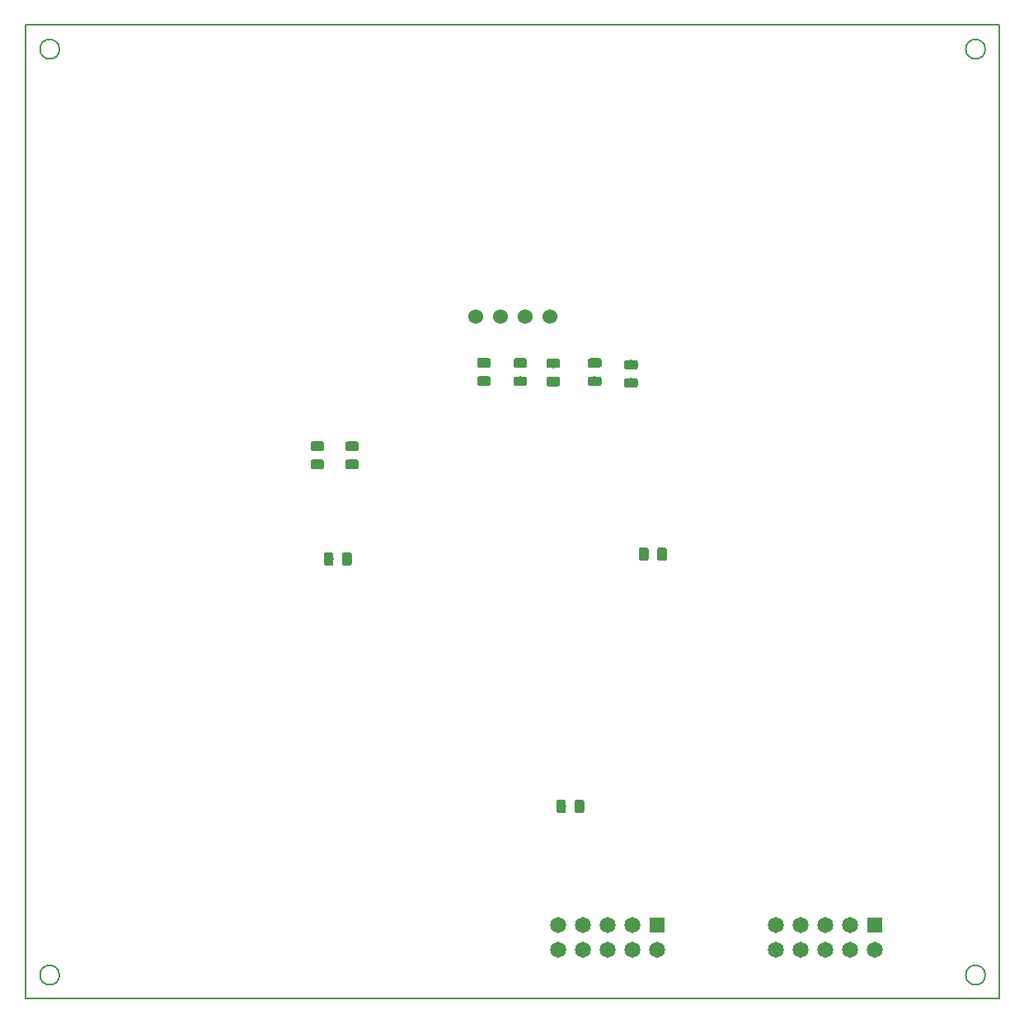
<source format=gbr>
%TF.GenerationSoftware,KiCad,Pcbnew,(5.0.0)*%
%TF.CreationDate,2020-03-23T14:28:17+01:00*%
%TF.ProjectId,Schaltplan_Modul4,536368616C74706C616E5F4D6F64756C,rev?*%
%TF.SameCoordinates,Original*%
%TF.FileFunction,Soldermask,Top*%
%TF.FilePolarity,Negative*%
%FSLAX46Y46*%
G04 Gerber Fmt 4.6, Leading zero omitted, Abs format (unit mm)*
G04 Created by KiCad (PCBNEW (5.0.0)) date 03/23/20 14:28:17*
%MOMM*%
%LPD*%
G01*
G04 APERTURE LIST*
%ADD10C,0.200000*%
%ADD11C,0.150000*%
%ADD12C,0.975000*%
%ADD13C,1.530000*%
%ADD14R,1.650000X1.650000*%
%ADD15C,1.650000*%
G04 APERTURE END LIST*
D10*
X103500000Y-147576000D02*
G75*
G03X103500000Y-147576000I-1000000J0D01*
G01*
X198576000Y-147576000D02*
G75*
G03X198576000Y-147576000I-1000000J0D01*
G01*
X198576000Y-52500000D02*
G75*
G03X198576000Y-52500000I-1000000J0D01*
G01*
X103500000Y-52500000D02*
G75*
G03X103500000Y-52500000I-1000000J0D01*
G01*
X100000000Y-50000000D02*
X100000000Y-150000000D01*
X100000000Y-150000000D02*
X200000000Y-150000000D01*
X200000000Y-50000000D02*
X200000000Y-150000000D01*
X100000000Y-50000000D02*
X200000000Y-50000000D01*
D11*
%TO.C,R4*%
G36*
X130452142Y-94647174D02*
X130475803Y-94650684D01*
X130499007Y-94656496D01*
X130521529Y-94664554D01*
X130543153Y-94674782D01*
X130563670Y-94687079D01*
X130582883Y-94701329D01*
X130600607Y-94717393D01*
X130616671Y-94735117D01*
X130630921Y-94754330D01*
X130643218Y-94774847D01*
X130653446Y-94796471D01*
X130661504Y-94818993D01*
X130667316Y-94842197D01*
X130670826Y-94865858D01*
X130672000Y-94889750D01*
X130672000Y-95377250D01*
X130670826Y-95401142D01*
X130667316Y-95424803D01*
X130661504Y-95448007D01*
X130653446Y-95470529D01*
X130643218Y-95492153D01*
X130630921Y-95512670D01*
X130616671Y-95531883D01*
X130600607Y-95549607D01*
X130582883Y-95565671D01*
X130563670Y-95579921D01*
X130543153Y-95592218D01*
X130521529Y-95602446D01*
X130499007Y-95610504D01*
X130475803Y-95616316D01*
X130452142Y-95619826D01*
X130428250Y-95621000D01*
X129515750Y-95621000D01*
X129491858Y-95619826D01*
X129468197Y-95616316D01*
X129444993Y-95610504D01*
X129422471Y-95602446D01*
X129400847Y-95592218D01*
X129380330Y-95579921D01*
X129361117Y-95565671D01*
X129343393Y-95549607D01*
X129327329Y-95531883D01*
X129313079Y-95512670D01*
X129300782Y-95492153D01*
X129290554Y-95470529D01*
X129282496Y-95448007D01*
X129276684Y-95424803D01*
X129273174Y-95401142D01*
X129272000Y-95377250D01*
X129272000Y-94889750D01*
X129273174Y-94865858D01*
X129276684Y-94842197D01*
X129282496Y-94818993D01*
X129290554Y-94796471D01*
X129300782Y-94774847D01*
X129313079Y-94754330D01*
X129327329Y-94735117D01*
X129343393Y-94717393D01*
X129361117Y-94701329D01*
X129380330Y-94687079D01*
X129400847Y-94674782D01*
X129422471Y-94664554D01*
X129444993Y-94656496D01*
X129468197Y-94650684D01*
X129491858Y-94647174D01*
X129515750Y-94646000D01*
X130428250Y-94646000D01*
X130452142Y-94647174D01*
X130452142Y-94647174D01*
G37*
D12*
X129972000Y-95133500D03*
D11*
G36*
X130452142Y-92772174D02*
X130475803Y-92775684D01*
X130499007Y-92781496D01*
X130521529Y-92789554D01*
X130543153Y-92799782D01*
X130563670Y-92812079D01*
X130582883Y-92826329D01*
X130600607Y-92842393D01*
X130616671Y-92860117D01*
X130630921Y-92879330D01*
X130643218Y-92899847D01*
X130653446Y-92921471D01*
X130661504Y-92943993D01*
X130667316Y-92967197D01*
X130670826Y-92990858D01*
X130672000Y-93014750D01*
X130672000Y-93502250D01*
X130670826Y-93526142D01*
X130667316Y-93549803D01*
X130661504Y-93573007D01*
X130653446Y-93595529D01*
X130643218Y-93617153D01*
X130630921Y-93637670D01*
X130616671Y-93656883D01*
X130600607Y-93674607D01*
X130582883Y-93690671D01*
X130563670Y-93704921D01*
X130543153Y-93717218D01*
X130521529Y-93727446D01*
X130499007Y-93735504D01*
X130475803Y-93741316D01*
X130452142Y-93744826D01*
X130428250Y-93746000D01*
X129515750Y-93746000D01*
X129491858Y-93744826D01*
X129468197Y-93741316D01*
X129444993Y-93735504D01*
X129422471Y-93727446D01*
X129400847Y-93717218D01*
X129380330Y-93704921D01*
X129361117Y-93690671D01*
X129343393Y-93674607D01*
X129327329Y-93656883D01*
X129313079Y-93637670D01*
X129300782Y-93617153D01*
X129290554Y-93595529D01*
X129282496Y-93573007D01*
X129276684Y-93549803D01*
X129273174Y-93526142D01*
X129272000Y-93502250D01*
X129272000Y-93014750D01*
X129273174Y-92990858D01*
X129276684Y-92967197D01*
X129282496Y-92943993D01*
X129290554Y-92921471D01*
X129300782Y-92899847D01*
X129313079Y-92879330D01*
X129327329Y-92860117D01*
X129343393Y-92842393D01*
X129361117Y-92826329D01*
X129380330Y-92812079D01*
X129400847Y-92799782D01*
X129422471Y-92789554D01*
X129444993Y-92781496D01*
X129468197Y-92775684D01*
X129491858Y-92772174D01*
X129515750Y-92771000D01*
X130428250Y-92771000D01*
X130452142Y-92772174D01*
X130452142Y-92772174D01*
G37*
D12*
X129972000Y-93258500D03*
%TD*%
D13*
%TO.C,J1*%
X146228000Y-79972000D03*
X153848000Y-79972000D03*
X151308000Y-79972000D03*
X148768000Y-79972000D03*
%TD*%
D11*
%TO.C,R1*%
G36*
X154680142Y-84276174D02*
X154703803Y-84279684D01*
X154727007Y-84285496D01*
X154749529Y-84293554D01*
X154771153Y-84303782D01*
X154791670Y-84316079D01*
X154810883Y-84330329D01*
X154828607Y-84346393D01*
X154844671Y-84364117D01*
X154858921Y-84383330D01*
X154871218Y-84403847D01*
X154881446Y-84425471D01*
X154889504Y-84447993D01*
X154895316Y-84471197D01*
X154898826Y-84494858D01*
X154900000Y-84518750D01*
X154900000Y-85006250D01*
X154898826Y-85030142D01*
X154895316Y-85053803D01*
X154889504Y-85077007D01*
X154881446Y-85099529D01*
X154871218Y-85121153D01*
X154858921Y-85141670D01*
X154844671Y-85160883D01*
X154828607Y-85178607D01*
X154810883Y-85194671D01*
X154791670Y-85208921D01*
X154771153Y-85221218D01*
X154749529Y-85231446D01*
X154727007Y-85239504D01*
X154703803Y-85245316D01*
X154680142Y-85248826D01*
X154656250Y-85250000D01*
X153743750Y-85250000D01*
X153719858Y-85248826D01*
X153696197Y-85245316D01*
X153672993Y-85239504D01*
X153650471Y-85231446D01*
X153628847Y-85221218D01*
X153608330Y-85208921D01*
X153589117Y-85194671D01*
X153571393Y-85178607D01*
X153555329Y-85160883D01*
X153541079Y-85141670D01*
X153528782Y-85121153D01*
X153518554Y-85099529D01*
X153510496Y-85077007D01*
X153504684Y-85053803D01*
X153501174Y-85030142D01*
X153500000Y-85006250D01*
X153500000Y-84518750D01*
X153501174Y-84494858D01*
X153504684Y-84471197D01*
X153510496Y-84447993D01*
X153518554Y-84425471D01*
X153528782Y-84403847D01*
X153541079Y-84383330D01*
X153555329Y-84364117D01*
X153571393Y-84346393D01*
X153589117Y-84330329D01*
X153608330Y-84316079D01*
X153628847Y-84303782D01*
X153650471Y-84293554D01*
X153672993Y-84285496D01*
X153696197Y-84279684D01*
X153719858Y-84276174D01*
X153743750Y-84275000D01*
X154656250Y-84275000D01*
X154680142Y-84276174D01*
X154680142Y-84276174D01*
G37*
D12*
X154200000Y-84762500D03*
D11*
G36*
X154680142Y-86151174D02*
X154703803Y-86154684D01*
X154727007Y-86160496D01*
X154749529Y-86168554D01*
X154771153Y-86178782D01*
X154791670Y-86191079D01*
X154810883Y-86205329D01*
X154828607Y-86221393D01*
X154844671Y-86239117D01*
X154858921Y-86258330D01*
X154871218Y-86278847D01*
X154881446Y-86300471D01*
X154889504Y-86322993D01*
X154895316Y-86346197D01*
X154898826Y-86369858D01*
X154900000Y-86393750D01*
X154900000Y-86881250D01*
X154898826Y-86905142D01*
X154895316Y-86928803D01*
X154889504Y-86952007D01*
X154881446Y-86974529D01*
X154871218Y-86996153D01*
X154858921Y-87016670D01*
X154844671Y-87035883D01*
X154828607Y-87053607D01*
X154810883Y-87069671D01*
X154791670Y-87083921D01*
X154771153Y-87096218D01*
X154749529Y-87106446D01*
X154727007Y-87114504D01*
X154703803Y-87120316D01*
X154680142Y-87123826D01*
X154656250Y-87125000D01*
X153743750Y-87125000D01*
X153719858Y-87123826D01*
X153696197Y-87120316D01*
X153672993Y-87114504D01*
X153650471Y-87106446D01*
X153628847Y-87096218D01*
X153608330Y-87083921D01*
X153589117Y-87069671D01*
X153571393Y-87053607D01*
X153555329Y-87035883D01*
X153541079Y-87016670D01*
X153528782Y-86996153D01*
X153518554Y-86974529D01*
X153510496Y-86952007D01*
X153504684Y-86928803D01*
X153501174Y-86905142D01*
X153500000Y-86881250D01*
X153500000Y-86393750D01*
X153501174Y-86369858D01*
X153504684Y-86346197D01*
X153510496Y-86322993D01*
X153518554Y-86300471D01*
X153528782Y-86278847D01*
X153541079Y-86258330D01*
X153555329Y-86239117D01*
X153571393Y-86221393D01*
X153589117Y-86205329D01*
X153608330Y-86191079D01*
X153628847Y-86178782D01*
X153650471Y-86168554D01*
X153672993Y-86160496D01*
X153696197Y-86154684D01*
X153719858Y-86151174D01*
X153743750Y-86150000D01*
X154656250Y-86150000D01*
X154680142Y-86151174D01*
X154680142Y-86151174D01*
G37*
D12*
X154200000Y-86637500D03*
%TD*%
D11*
%TO.C,R2*%
G36*
X147568142Y-84213674D02*
X147591803Y-84217184D01*
X147615007Y-84222996D01*
X147637529Y-84231054D01*
X147659153Y-84241282D01*
X147679670Y-84253579D01*
X147698883Y-84267829D01*
X147716607Y-84283893D01*
X147732671Y-84301617D01*
X147746921Y-84320830D01*
X147759218Y-84341347D01*
X147769446Y-84362971D01*
X147777504Y-84385493D01*
X147783316Y-84408697D01*
X147786826Y-84432358D01*
X147788000Y-84456250D01*
X147788000Y-84943750D01*
X147786826Y-84967642D01*
X147783316Y-84991303D01*
X147777504Y-85014507D01*
X147769446Y-85037029D01*
X147759218Y-85058653D01*
X147746921Y-85079170D01*
X147732671Y-85098383D01*
X147716607Y-85116107D01*
X147698883Y-85132171D01*
X147679670Y-85146421D01*
X147659153Y-85158718D01*
X147637529Y-85168946D01*
X147615007Y-85177004D01*
X147591803Y-85182816D01*
X147568142Y-85186326D01*
X147544250Y-85187500D01*
X146631750Y-85187500D01*
X146607858Y-85186326D01*
X146584197Y-85182816D01*
X146560993Y-85177004D01*
X146538471Y-85168946D01*
X146516847Y-85158718D01*
X146496330Y-85146421D01*
X146477117Y-85132171D01*
X146459393Y-85116107D01*
X146443329Y-85098383D01*
X146429079Y-85079170D01*
X146416782Y-85058653D01*
X146406554Y-85037029D01*
X146398496Y-85014507D01*
X146392684Y-84991303D01*
X146389174Y-84967642D01*
X146388000Y-84943750D01*
X146388000Y-84456250D01*
X146389174Y-84432358D01*
X146392684Y-84408697D01*
X146398496Y-84385493D01*
X146406554Y-84362971D01*
X146416782Y-84341347D01*
X146429079Y-84320830D01*
X146443329Y-84301617D01*
X146459393Y-84283893D01*
X146477117Y-84267829D01*
X146496330Y-84253579D01*
X146516847Y-84241282D01*
X146538471Y-84231054D01*
X146560993Y-84222996D01*
X146584197Y-84217184D01*
X146607858Y-84213674D01*
X146631750Y-84212500D01*
X147544250Y-84212500D01*
X147568142Y-84213674D01*
X147568142Y-84213674D01*
G37*
D12*
X147088000Y-84700000D03*
D11*
G36*
X147568142Y-86088674D02*
X147591803Y-86092184D01*
X147615007Y-86097996D01*
X147637529Y-86106054D01*
X147659153Y-86116282D01*
X147679670Y-86128579D01*
X147698883Y-86142829D01*
X147716607Y-86158893D01*
X147732671Y-86176617D01*
X147746921Y-86195830D01*
X147759218Y-86216347D01*
X147769446Y-86237971D01*
X147777504Y-86260493D01*
X147783316Y-86283697D01*
X147786826Y-86307358D01*
X147788000Y-86331250D01*
X147788000Y-86818750D01*
X147786826Y-86842642D01*
X147783316Y-86866303D01*
X147777504Y-86889507D01*
X147769446Y-86912029D01*
X147759218Y-86933653D01*
X147746921Y-86954170D01*
X147732671Y-86973383D01*
X147716607Y-86991107D01*
X147698883Y-87007171D01*
X147679670Y-87021421D01*
X147659153Y-87033718D01*
X147637529Y-87043946D01*
X147615007Y-87052004D01*
X147591803Y-87057816D01*
X147568142Y-87061326D01*
X147544250Y-87062500D01*
X146631750Y-87062500D01*
X146607858Y-87061326D01*
X146584197Y-87057816D01*
X146560993Y-87052004D01*
X146538471Y-87043946D01*
X146516847Y-87033718D01*
X146496330Y-87021421D01*
X146477117Y-87007171D01*
X146459393Y-86991107D01*
X146443329Y-86973383D01*
X146429079Y-86954170D01*
X146416782Y-86933653D01*
X146406554Y-86912029D01*
X146398496Y-86889507D01*
X146392684Y-86866303D01*
X146389174Y-86842642D01*
X146388000Y-86818750D01*
X146388000Y-86331250D01*
X146389174Y-86307358D01*
X146392684Y-86283697D01*
X146398496Y-86260493D01*
X146406554Y-86237971D01*
X146416782Y-86216347D01*
X146429079Y-86195830D01*
X146443329Y-86176617D01*
X146459393Y-86158893D01*
X146477117Y-86142829D01*
X146496330Y-86128579D01*
X146516847Y-86116282D01*
X146538471Y-86106054D01*
X146560993Y-86097996D01*
X146584197Y-86092184D01*
X146607858Y-86088674D01*
X146631750Y-86087500D01*
X147544250Y-86087500D01*
X147568142Y-86088674D01*
X147568142Y-86088674D01*
G37*
D12*
X147088000Y-86575000D03*
%TD*%
D11*
%TO.C,C1*%
G36*
X162672142Y-84413674D02*
X162695803Y-84417184D01*
X162719007Y-84422996D01*
X162741529Y-84431054D01*
X162763153Y-84441282D01*
X162783670Y-84453579D01*
X162802883Y-84467829D01*
X162820607Y-84483893D01*
X162836671Y-84501617D01*
X162850921Y-84520830D01*
X162863218Y-84541347D01*
X162873446Y-84562971D01*
X162881504Y-84585493D01*
X162887316Y-84608697D01*
X162890826Y-84632358D01*
X162892000Y-84656250D01*
X162892000Y-85143750D01*
X162890826Y-85167642D01*
X162887316Y-85191303D01*
X162881504Y-85214507D01*
X162873446Y-85237029D01*
X162863218Y-85258653D01*
X162850921Y-85279170D01*
X162836671Y-85298383D01*
X162820607Y-85316107D01*
X162802883Y-85332171D01*
X162783670Y-85346421D01*
X162763153Y-85358718D01*
X162741529Y-85368946D01*
X162719007Y-85377004D01*
X162695803Y-85382816D01*
X162672142Y-85386326D01*
X162648250Y-85387500D01*
X161735750Y-85387500D01*
X161711858Y-85386326D01*
X161688197Y-85382816D01*
X161664993Y-85377004D01*
X161642471Y-85368946D01*
X161620847Y-85358718D01*
X161600330Y-85346421D01*
X161581117Y-85332171D01*
X161563393Y-85316107D01*
X161547329Y-85298383D01*
X161533079Y-85279170D01*
X161520782Y-85258653D01*
X161510554Y-85237029D01*
X161502496Y-85214507D01*
X161496684Y-85191303D01*
X161493174Y-85167642D01*
X161492000Y-85143750D01*
X161492000Y-84656250D01*
X161493174Y-84632358D01*
X161496684Y-84608697D01*
X161502496Y-84585493D01*
X161510554Y-84562971D01*
X161520782Y-84541347D01*
X161533079Y-84520830D01*
X161547329Y-84501617D01*
X161563393Y-84483893D01*
X161581117Y-84467829D01*
X161600330Y-84453579D01*
X161620847Y-84441282D01*
X161642471Y-84431054D01*
X161664993Y-84422996D01*
X161688197Y-84417184D01*
X161711858Y-84413674D01*
X161735750Y-84412500D01*
X162648250Y-84412500D01*
X162672142Y-84413674D01*
X162672142Y-84413674D01*
G37*
D12*
X162192000Y-84900000D03*
D11*
G36*
X162672142Y-86288674D02*
X162695803Y-86292184D01*
X162719007Y-86297996D01*
X162741529Y-86306054D01*
X162763153Y-86316282D01*
X162783670Y-86328579D01*
X162802883Y-86342829D01*
X162820607Y-86358893D01*
X162836671Y-86376617D01*
X162850921Y-86395830D01*
X162863218Y-86416347D01*
X162873446Y-86437971D01*
X162881504Y-86460493D01*
X162887316Y-86483697D01*
X162890826Y-86507358D01*
X162892000Y-86531250D01*
X162892000Y-87018750D01*
X162890826Y-87042642D01*
X162887316Y-87066303D01*
X162881504Y-87089507D01*
X162873446Y-87112029D01*
X162863218Y-87133653D01*
X162850921Y-87154170D01*
X162836671Y-87173383D01*
X162820607Y-87191107D01*
X162802883Y-87207171D01*
X162783670Y-87221421D01*
X162763153Y-87233718D01*
X162741529Y-87243946D01*
X162719007Y-87252004D01*
X162695803Y-87257816D01*
X162672142Y-87261326D01*
X162648250Y-87262500D01*
X161735750Y-87262500D01*
X161711858Y-87261326D01*
X161688197Y-87257816D01*
X161664993Y-87252004D01*
X161642471Y-87243946D01*
X161620847Y-87233718D01*
X161600330Y-87221421D01*
X161581117Y-87207171D01*
X161563393Y-87191107D01*
X161547329Y-87173383D01*
X161533079Y-87154170D01*
X161520782Y-87133653D01*
X161510554Y-87112029D01*
X161502496Y-87089507D01*
X161496684Y-87066303D01*
X161493174Y-87042642D01*
X161492000Y-87018750D01*
X161492000Y-86531250D01*
X161493174Y-86507358D01*
X161496684Y-86483697D01*
X161502496Y-86460493D01*
X161510554Y-86437971D01*
X161520782Y-86416347D01*
X161533079Y-86395830D01*
X161547329Y-86376617D01*
X161563393Y-86358893D01*
X161581117Y-86342829D01*
X161600330Y-86328579D01*
X161620847Y-86316282D01*
X161642471Y-86306054D01*
X161664993Y-86297996D01*
X161688197Y-86292184D01*
X161711858Y-86288674D01*
X161735750Y-86287500D01*
X162648250Y-86287500D01*
X162672142Y-86288674D01*
X162672142Y-86288674D01*
G37*
D12*
X162192000Y-86775000D03*
%TD*%
D11*
%TO.C,C2*%
G36*
X151304142Y-84235174D02*
X151327803Y-84238684D01*
X151351007Y-84244496D01*
X151373529Y-84252554D01*
X151395153Y-84262782D01*
X151415670Y-84275079D01*
X151434883Y-84289329D01*
X151452607Y-84305393D01*
X151468671Y-84323117D01*
X151482921Y-84342330D01*
X151495218Y-84362847D01*
X151505446Y-84384471D01*
X151513504Y-84406993D01*
X151519316Y-84430197D01*
X151522826Y-84453858D01*
X151524000Y-84477750D01*
X151524000Y-84965250D01*
X151522826Y-84989142D01*
X151519316Y-85012803D01*
X151513504Y-85036007D01*
X151505446Y-85058529D01*
X151495218Y-85080153D01*
X151482921Y-85100670D01*
X151468671Y-85119883D01*
X151452607Y-85137607D01*
X151434883Y-85153671D01*
X151415670Y-85167921D01*
X151395153Y-85180218D01*
X151373529Y-85190446D01*
X151351007Y-85198504D01*
X151327803Y-85204316D01*
X151304142Y-85207826D01*
X151280250Y-85209000D01*
X150367750Y-85209000D01*
X150343858Y-85207826D01*
X150320197Y-85204316D01*
X150296993Y-85198504D01*
X150274471Y-85190446D01*
X150252847Y-85180218D01*
X150232330Y-85167921D01*
X150213117Y-85153671D01*
X150195393Y-85137607D01*
X150179329Y-85119883D01*
X150165079Y-85100670D01*
X150152782Y-85080153D01*
X150142554Y-85058529D01*
X150134496Y-85036007D01*
X150128684Y-85012803D01*
X150125174Y-84989142D01*
X150124000Y-84965250D01*
X150124000Y-84477750D01*
X150125174Y-84453858D01*
X150128684Y-84430197D01*
X150134496Y-84406993D01*
X150142554Y-84384471D01*
X150152782Y-84362847D01*
X150165079Y-84342330D01*
X150179329Y-84323117D01*
X150195393Y-84305393D01*
X150213117Y-84289329D01*
X150232330Y-84275079D01*
X150252847Y-84262782D01*
X150274471Y-84252554D01*
X150296993Y-84244496D01*
X150320197Y-84238684D01*
X150343858Y-84235174D01*
X150367750Y-84234000D01*
X151280250Y-84234000D01*
X151304142Y-84235174D01*
X151304142Y-84235174D01*
G37*
D12*
X150824000Y-84721500D03*
D11*
G36*
X151304142Y-86110174D02*
X151327803Y-86113684D01*
X151351007Y-86119496D01*
X151373529Y-86127554D01*
X151395153Y-86137782D01*
X151415670Y-86150079D01*
X151434883Y-86164329D01*
X151452607Y-86180393D01*
X151468671Y-86198117D01*
X151482921Y-86217330D01*
X151495218Y-86237847D01*
X151505446Y-86259471D01*
X151513504Y-86281993D01*
X151519316Y-86305197D01*
X151522826Y-86328858D01*
X151524000Y-86352750D01*
X151524000Y-86840250D01*
X151522826Y-86864142D01*
X151519316Y-86887803D01*
X151513504Y-86911007D01*
X151505446Y-86933529D01*
X151495218Y-86955153D01*
X151482921Y-86975670D01*
X151468671Y-86994883D01*
X151452607Y-87012607D01*
X151434883Y-87028671D01*
X151415670Y-87042921D01*
X151395153Y-87055218D01*
X151373529Y-87065446D01*
X151351007Y-87073504D01*
X151327803Y-87079316D01*
X151304142Y-87082826D01*
X151280250Y-87084000D01*
X150367750Y-87084000D01*
X150343858Y-87082826D01*
X150320197Y-87079316D01*
X150296993Y-87073504D01*
X150274471Y-87065446D01*
X150252847Y-87055218D01*
X150232330Y-87042921D01*
X150213117Y-87028671D01*
X150195393Y-87012607D01*
X150179329Y-86994883D01*
X150165079Y-86975670D01*
X150152782Y-86955153D01*
X150142554Y-86933529D01*
X150134496Y-86911007D01*
X150128684Y-86887803D01*
X150125174Y-86864142D01*
X150124000Y-86840250D01*
X150124000Y-86352750D01*
X150125174Y-86328858D01*
X150128684Y-86305197D01*
X150134496Y-86281993D01*
X150142554Y-86259471D01*
X150152782Y-86237847D01*
X150165079Y-86217330D01*
X150179329Y-86198117D01*
X150195393Y-86180393D01*
X150213117Y-86164329D01*
X150232330Y-86150079D01*
X150252847Y-86137782D01*
X150274471Y-86127554D01*
X150296993Y-86119496D01*
X150320197Y-86113684D01*
X150343858Y-86110174D01*
X150367750Y-86109000D01*
X151280250Y-86109000D01*
X151304142Y-86110174D01*
X151304142Y-86110174D01*
G37*
D12*
X150824000Y-86596500D03*
%TD*%
D11*
%TO.C,C3*%
G36*
X158948142Y-84235174D02*
X158971803Y-84238684D01*
X158995007Y-84244496D01*
X159017529Y-84252554D01*
X159039153Y-84262782D01*
X159059670Y-84275079D01*
X159078883Y-84289329D01*
X159096607Y-84305393D01*
X159112671Y-84323117D01*
X159126921Y-84342330D01*
X159139218Y-84362847D01*
X159149446Y-84384471D01*
X159157504Y-84406993D01*
X159163316Y-84430197D01*
X159166826Y-84453858D01*
X159168000Y-84477750D01*
X159168000Y-84965250D01*
X159166826Y-84989142D01*
X159163316Y-85012803D01*
X159157504Y-85036007D01*
X159149446Y-85058529D01*
X159139218Y-85080153D01*
X159126921Y-85100670D01*
X159112671Y-85119883D01*
X159096607Y-85137607D01*
X159078883Y-85153671D01*
X159059670Y-85167921D01*
X159039153Y-85180218D01*
X159017529Y-85190446D01*
X158995007Y-85198504D01*
X158971803Y-85204316D01*
X158948142Y-85207826D01*
X158924250Y-85209000D01*
X158011750Y-85209000D01*
X157987858Y-85207826D01*
X157964197Y-85204316D01*
X157940993Y-85198504D01*
X157918471Y-85190446D01*
X157896847Y-85180218D01*
X157876330Y-85167921D01*
X157857117Y-85153671D01*
X157839393Y-85137607D01*
X157823329Y-85119883D01*
X157809079Y-85100670D01*
X157796782Y-85080153D01*
X157786554Y-85058529D01*
X157778496Y-85036007D01*
X157772684Y-85012803D01*
X157769174Y-84989142D01*
X157768000Y-84965250D01*
X157768000Y-84477750D01*
X157769174Y-84453858D01*
X157772684Y-84430197D01*
X157778496Y-84406993D01*
X157786554Y-84384471D01*
X157796782Y-84362847D01*
X157809079Y-84342330D01*
X157823329Y-84323117D01*
X157839393Y-84305393D01*
X157857117Y-84289329D01*
X157876330Y-84275079D01*
X157896847Y-84262782D01*
X157918471Y-84252554D01*
X157940993Y-84244496D01*
X157964197Y-84238684D01*
X157987858Y-84235174D01*
X158011750Y-84234000D01*
X158924250Y-84234000D01*
X158948142Y-84235174D01*
X158948142Y-84235174D01*
G37*
D12*
X158468000Y-84721500D03*
D11*
G36*
X158948142Y-86110174D02*
X158971803Y-86113684D01*
X158995007Y-86119496D01*
X159017529Y-86127554D01*
X159039153Y-86137782D01*
X159059670Y-86150079D01*
X159078883Y-86164329D01*
X159096607Y-86180393D01*
X159112671Y-86198117D01*
X159126921Y-86217330D01*
X159139218Y-86237847D01*
X159149446Y-86259471D01*
X159157504Y-86281993D01*
X159163316Y-86305197D01*
X159166826Y-86328858D01*
X159168000Y-86352750D01*
X159168000Y-86840250D01*
X159166826Y-86864142D01*
X159163316Y-86887803D01*
X159157504Y-86911007D01*
X159149446Y-86933529D01*
X159139218Y-86955153D01*
X159126921Y-86975670D01*
X159112671Y-86994883D01*
X159096607Y-87012607D01*
X159078883Y-87028671D01*
X159059670Y-87042921D01*
X159039153Y-87055218D01*
X159017529Y-87065446D01*
X158995007Y-87073504D01*
X158971803Y-87079316D01*
X158948142Y-87082826D01*
X158924250Y-87084000D01*
X158011750Y-87084000D01*
X157987858Y-87082826D01*
X157964197Y-87079316D01*
X157940993Y-87073504D01*
X157918471Y-87065446D01*
X157896847Y-87055218D01*
X157876330Y-87042921D01*
X157857117Y-87028671D01*
X157839393Y-87012607D01*
X157823329Y-86994883D01*
X157809079Y-86975670D01*
X157796782Y-86955153D01*
X157786554Y-86933529D01*
X157778496Y-86911007D01*
X157772684Y-86887803D01*
X157769174Y-86864142D01*
X157768000Y-86840250D01*
X157768000Y-86352750D01*
X157769174Y-86328858D01*
X157772684Y-86305197D01*
X157778496Y-86281993D01*
X157786554Y-86259471D01*
X157796782Y-86237847D01*
X157809079Y-86217330D01*
X157823329Y-86198117D01*
X157839393Y-86180393D01*
X157857117Y-86164329D01*
X157876330Y-86150079D01*
X157896847Y-86137782D01*
X157918471Y-86127554D01*
X157940993Y-86119496D01*
X157964197Y-86113684D01*
X157987858Y-86110174D01*
X158011750Y-86109000D01*
X158924250Y-86109000D01*
X158948142Y-86110174D01*
X158948142Y-86110174D01*
G37*
D12*
X158468000Y-86596500D03*
%TD*%
D11*
%TO.C,C4*%
G36*
X157163642Y-129565174D02*
X157187303Y-129568684D01*
X157210507Y-129574496D01*
X157233029Y-129582554D01*
X157254653Y-129592782D01*
X157275170Y-129605079D01*
X157294383Y-129619329D01*
X157312107Y-129635393D01*
X157328171Y-129653117D01*
X157342421Y-129672330D01*
X157354718Y-129692847D01*
X157364946Y-129714471D01*
X157373004Y-129736993D01*
X157378816Y-129760197D01*
X157382326Y-129783858D01*
X157383500Y-129807750D01*
X157383500Y-130720250D01*
X157382326Y-130744142D01*
X157378816Y-130767803D01*
X157373004Y-130791007D01*
X157364946Y-130813529D01*
X157354718Y-130835153D01*
X157342421Y-130855670D01*
X157328171Y-130874883D01*
X157312107Y-130892607D01*
X157294383Y-130908671D01*
X157275170Y-130922921D01*
X157254653Y-130935218D01*
X157233029Y-130945446D01*
X157210507Y-130953504D01*
X157187303Y-130959316D01*
X157163642Y-130962826D01*
X157139750Y-130964000D01*
X156652250Y-130964000D01*
X156628358Y-130962826D01*
X156604697Y-130959316D01*
X156581493Y-130953504D01*
X156558971Y-130945446D01*
X156537347Y-130935218D01*
X156516830Y-130922921D01*
X156497617Y-130908671D01*
X156479893Y-130892607D01*
X156463829Y-130874883D01*
X156449579Y-130855670D01*
X156437282Y-130835153D01*
X156427054Y-130813529D01*
X156418996Y-130791007D01*
X156413184Y-130767803D01*
X156409674Y-130744142D01*
X156408500Y-130720250D01*
X156408500Y-129807750D01*
X156409674Y-129783858D01*
X156413184Y-129760197D01*
X156418996Y-129736993D01*
X156427054Y-129714471D01*
X156437282Y-129692847D01*
X156449579Y-129672330D01*
X156463829Y-129653117D01*
X156479893Y-129635393D01*
X156497617Y-129619329D01*
X156516830Y-129605079D01*
X156537347Y-129592782D01*
X156558971Y-129582554D01*
X156581493Y-129574496D01*
X156604697Y-129568684D01*
X156628358Y-129565174D01*
X156652250Y-129564000D01*
X157139750Y-129564000D01*
X157163642Y-129565174D01*
X157163642Y-129565174D01*
G37*
D12*
X156896000Y-130264000D03*
D11*
G36*
X155288642Y-129565174D02*
X155312303Y-129568684D01*
X155335507Y-129574496D01*
X155358029Y-129582554D01*
X155379653Y-129592782D01*
X155400170Y-129605079D01*
X155419383Y-129619329D01*
X155437107Y-129635393D01*
X155453171Y-129653117D01*
X155467421Y-129672330D01*
X155479718Y-129692847D01*
X155489946Y-129714471D01*
X155498004Y-129736993D01*
X155503816Y-129760197D01*
X155507326Y-129783858D01*
X155508500Y-129807750D01*
X155508500Y-130720250D01*
X155507326Y-130744142D01*
X155503816Y-130767803D01*
X155498004Y-130791007D01*
X155489946Y-130813529D01*
X155479718Y-130835153D01*
X155467421Y-130855670D01*
X155453171Y-130874883D01*
X155437107Y-130892607D01*
X155419383Y-130908671D01*
X155400170Y-130922921D01*
X155379653Y-130935218D01*
X155358029Y-130945446D01*
X155335507Y-130953504D01*
X155312303Y-130959316D01*
X155288642Y-130962826D01*
X155264750Y-130964000D01*
X154777250Y-130964000D01*
X154753358Y-130962826D01*
X154729697Y-130959316D01*
X154706493Y-130953504D01*
X154683971Y-130945446D01*
X154662347Y-130935218D01*
X154641830Y-130922921D01*
X154622617Y-130908671D01*
X154604893Y-130892607D01*
X154588829Y-130874883D01*
X154574579Y-130855670D01*
X154562282Y-130835153D01*
X154552054Y-130813529D01*
X154543996Y-130791007D01*
X154538184Y-130767803D01*
X154534674Y-130744142D01*
X154533500Y-130720250D01*
X154533500Y-129807750D01*
X154534674Y-129783858D01*
X154538184Y-129760197D01*
X154543996Y-129736993D01*
X154552054Y-129714471D01*
X154562282Y-129692847D01*
X154574579Y-129672330D01*
X154588829Y-129653117D01*
X154604893Y-129635393D01*
X154622617Y-129619329D01*
X154641830Y-129605079D01*
X154662347Y-129592782D01*
X154683971Y-129582554D01*
X154706493Y-129574496D01*
X154729697Y-129568684D01*
X154753358Y-129565174D01*
X154777250Y-129564000D01*
X155264750Y-129564000D01*
X155288642Y-129565174D01*
X155288642Y-129565174D01*
G37*
D12*
X155021000Y-130264000D03*
%TD*%
D11*
%TO.C,C5*%
G36*
X165642642Y-103657174D02*
X165666303Y-103660684D01*
X165689507Y-103666496D01*
X165712029Y-103674554D01*
X165733653Y-103684782D01*
X165754170Y-103697079D01*
X165773383Y-103711329D01*
X165791107Y-103727393D01*
X165807171Y-103745117D01*
X165821421Y-103764330D01*
X165833718Y-103784847D01*
X165843946Y-103806471D01*
X165852004Y-103828993D01*
X165857816Y-103852197D01*
X165861326Y-103875858D01*
X165862500Y-103899750D01*
X165862500Y-104812250D01*
X165861326Y-104836142D01*
X165857816Y-104859803D01*
X165852004Y-104883007D01*
X165843946Y-104905529D01*
X165833718Y-104927153D01*
X165821421Y-104947670D01*
X165807171Y-104966883D01*
X165791107Y-104984607D01*
X165773383Y-105000671D01*
X165754170Y-105014921D01*
X165733653Y-105027218D01*
X165712029Y-105037446D01*
X165689507Y-105045504D01*
X165666303Y-105051316D01*
X165642642Y-105054826D01*
X165618750Y-105056000D01*
X165131250Y-105056000D01*
X165107358Y-105054826D01*
X165083697Y-105051316D01*
X165060493Y-105045504D01*
X165037971Y-105037446D01*
X165016347Y-105027218D01*
X164995830Y-105014921D01*
X164976617Y-105000671D01*
X164958893Y-104984607D01*
X164942829Y-104966883D01*
X164928579Y-104947670D01*
X164916282Y-104927153D01*
X164906054Y-104905529D01*
X164897996Y-104883007D01*
X164892184Y-104859803D01*
X164888674Y-104836142D01*
X164887500Y-104812250D01*
X164887500Y-103899750D01*
X164888674Y-103875858D01*
X164892184Y-103852197D01*
X164897996Y-103828993D01*
X164906054Y-103806471D01*
X164916282Y-103784847D01*
X164928579Y-103764330D01*
X164942829Y-103745117D01*
X164958893Y-103727393D01*
X164976617Y-103711329D01*
X164995830Y-103697079D01*
X165016347Y-103684782D01*
X165037971Y-103674554D01*
X165060493Y-103666496D01*
X165083697Y-103660684D01*
X165107358Y-103657174D01*
X165131250Y-103656000D01*
X165618750Y-103656000D01*
X165642642Y-103657174D01*
X165642642Y-103657174D01*
G37*
D12*
X165375000Y-104356000D03*
D11*
G36*
X163767642Y-103657174D02*
X163791303Y-103660684D01*
X163814507Y-103666496D01*
X163837029Y-103674554D01*
X163858653Y-103684782D01*
X163879170Y-103697079D01*
X163898383Y-103711329D01*
X163916107Y-103727393D01*
X163932171Y-103745117D01*
X163946421Y-103764330D01*
X163958718Y-103784847D01*
X163968946Y-103806471D01*
X163977004Y-103828993D01*
X163982816Y-103852197D01*
X163986326Y-103875858D01*
X163987500Y-103899750D01*
X163987500Y-104812250D01*
X163986326Y-104836142D01*
X163982816Y-104859803D01*
X163977004Y-104883007D01*
X163968946Y-104905529D01*
X163958718Y-104927153D01*
X163946421Y-104947670D01*
X163932171Y-104966883D01*
X163916107Y-104984607D01*
X163898383Y-105000671D01*
X163879170Y-105014921D01*
X163858653Y-105027218D01*
X163837029Y-105037446D01*
X163814507Y-105045504D01*
X163791303Y-105051316D01*
X163767642Y-105054826D01*
X163743750Y-105056000D01*
X163256250Y-105056000D01*
X163232358Y-105054826D01*
X163208697Y-105051316D01*
X163185493Y-105045504D01*
X163162971Y-105037446D01*
X163141347Y-105027218D01*
X163120830Y-105014921D01*
X163101617Y-105000671D01*
X163083893Y-104984607D01*
X163067829Y-104966883D01*
X163053579Y-104947670D01*
X163041282Y-104927153D01*
X163031054Y-104905529D01*
X163022996Y-104883007D01*
X163017184Y-104859803D01*
X163013674Y-104836142D01*
X163012500Y-104812250D01*
X163012500Y-103899750D01*
X163013674Y-103875858D01*
X163017184Y-103852197D01*
X163022996Y-103828993D01*
X163031054Y-103806471D01*
X163041282Y-103784847D01*
X163053579Y-103764330D01*
X163067829Y-103745117D01*
X163083893Y-103727393D01*
X163101617Y-103711329D01*
X163120830Y-103697079D01*
X163141347Y-103684782D01*
X163162971Y-103674554D01*
X163185493Y-103666496D01*
X163208697Y-103660684D01*
X163232358Y-103657174D01*
X163256250Y-103656000D01*
X163743750Y-103656000D01*
X163767642Y-103657174D01*
X163767642Y-103657174D01*
G37*
D12*
X163500000Y-104356000D03*
%TD*%
D11*
%TO.C,C6*%
G36*
X133287642Y-104165174D02*
X133311303Y-104168684D01*
X133334507Y-104174496D01*
X133357029Y-104182554D01*
X133378653Y-104192782D01*
X133399170Y-104205079D01*
X133418383Y-104219329D01*
X133436107Y-104235393D01*
X133452171Y-104253117D01*
X133466421Y-104272330D01*
X133478718Y-104292847D01*
X133488946Y-104314471D01*
X133497004Y-104336993D01*
X133502816Y-104360197D01*
X133506326Y-104383858D01*
X133507500Y-104407750D01*
X133507500Y-105320250D01*
X133506326Y-105344142D01*
X133502816Y-105367803D01*
X133497004Y-105391007D01*
X133488946Y-105413529D01*
X133478718Y-105435153D01*
X133466421Y-105455670D01*
X133452171Y-105474883D01*
X133436107Y-105492607D01*
X133418383Y-105508671D01*
X133399170Y-105522921D01*
X133378653Y-105535218D01*
X133357029Y-105545446D01*
X133334507Y-105553504D01*
X133311303Y-105559316D01*
X133287642Y-105562826D01*
X133263750Y-105564000D01*
X132776250Y-105564000D01*
X132752358Y-105562826D01*
X132728697Y-105559316D01*
X132705493Y-105553504D01*
X132682971Y-105545446D01*
X132661347Y-105535218D01*
X132640830Y-105522921D01*
X132621617Y-105508671D01*
X132603893Y-105492607D01*
X132587829Y-105474883D01*
X132573579Y-105455670D01*
X132561282Y-105435153D01*
X132551054Y-105413529D01*
X132542996Y-105391007D01*
X132537184Y-105367803D01*
X132533674Y-105344142D01*
X132532500Y-105320250D01*
X132532500Y-104407750D01*
X132533674Y-104383858D01*
X132537184Y-104360197D01*
X132542996Y-104336993D01*
X132551054Y-104314471D01*
X132561282Y-104292847D01*
X132573579Y-104272330D01*
X132587829Y-104253117D01*
X132603893Y-104235393D01*
X132621617Y-104219329D01*
X132640830Y-104205079D01*
X132661347Y-104192782D01*
X132682971Y-104182554D01*
X132705493Y-104174496D01*
X132728697Y-104168684D01*
X132752358Y-104165174D01*
X132776250Y-104164000D01*
X133263750Y-104164000D01*
X133287642Y-104165174D01*
X133287642Y-104165174D01*
G37*
D12*
X133020000Y-104864000D03*
D11*
G36*
X131412642Y-104165174D02*
X131436303Y-104168684D01*
X131459507Y-104174496D01*
X131482029Y-104182554D01*
X131503653Y-104192782D01*
X131524170Y-104205079D01*
X131543383Y-104219329D01*
X131561107Y-104235393D01*
X131577171Y-104253117D01*
X131591421Y-104272330D01*
X131603718Y-104292847D01*
X131613946Y-104314471D01*
X131622004Y-104336993D01*
X131627816Y-104360197D01*
X131631326Y-104383858D01*
X131632500Y-104407750D01*
X131632500Y-105320250D01*
X131631326Y-105344142D01*
X131627816Y-105367803D01*
X131622004Y-105391007D01*
X131613946Y-105413529D01*
X131603718Y-105435153D01*
X131591421Y-105455670D01*
X131577171Y-105474883D01*
X131561107Y-105492607D01*
X131543383Y-105508671D01*
X131524170Y-105522921D01*
X131503653Y-105535218D01*
X131482029Y-105545446D01*
X131459507Y-105553504D01*
X131436303Y-105559316D01*
X131412642Y-105562826D01*
X131388750Y-105564000D01*
X130901250Y-105564000D01*
X130877358Y-105562826D01*
X130853697Y-105559316D01*
X130830493Y-105553504D01*
X130807971Y-105545446D01*
X130786347Y-105535218D01*
X130765830Y-105522921D01*
X130746617Y-105508671D01*
X130728893Y-105492607D01*
X130712829Y-105474883D01*
X130698579Y-105455670D01*
X130686282Y-105435153D01*
X130676054Y-105413529D01*
X130667996Y-105391007D01*
X130662184Y-105367803D01*
X130658674Y-105344142D01*
X130657500Y-105320250D01*
X130657500Y-104407750D01*
X130658674Y-104383858D01*
X130662184Y-104360197D01*
X130667996Y-104336993D01*
X130676054Y-104314471D01*
X130686282Y-104292847D01*
X130698579Y-104272330D01*
X130712829Y-104253117D01*
X130728893Y-104235393D01*
X130746617Y-104219329D01*
X130765830Y-104205079D01*
X130786347Y-104192782D01*
X130807971Y-104182554D01*
X130830493Y-104174496D01*
X130853697Y-104168684D01*
X130877358Y-104165174D01*
X130901250Y-104164000D01*
X131388750Y-104164000D01*
X131412642Y-104165174D01*
X131412642Y-104165174D01*
G37*
D12*
X131145000Y-104864000D03*
%TD*%
D14*
%TO.C,J4*%
X187216000Y-142456000D03*
D15*
X187216000Y-144996000D03*
X184676000Y-142456000D03*
X184676000Y-144996000D03*
X182136000Y-142456000D03*
X182136000Y-144996000D03*
X179596000Y-142456000D03*
X179596000Y-144996000D03*
X177056000Y-142456000D03*
X177056000Y-144996000D03*
%TD*%
D14*
%TO.C,J5*%
X164864000Y-142456000D03*
D15*
X164864000Y-144996000D03*
X162324000Y-142456000D03*
X162324000Y-144996000D03*
X159784000Y-142456000D03*
X159784000Y-144996000D03*
X157244000Y-142456000D03*
X157244000Y-144996000D03*
X154704000Y-142456000D03*
X154704000Y-144996000D03*
%TD*%
D11*
%TO.C,R3*%
G36*
X134008142Y-92772174D02*
X134031803Y-92775684D01*
X134055007Y-92781496D01*
X134077529Y-92789554D01*
X134099153Y-92799782D01*
X134119670Y-92812079D01*
X134138883Y-92826329D01*
X134156607Y-92842393D01*
X134172671Y-92860117D01*
X134186921Y-92879330D01*
X134199218Y-92899847D01*
X134209446Y-92921471D01*
X134217504Y-92943993D01*
X134223316Y-92967197D01*
X134226826Y-92990858D01*
X134228000Y-93014750D01*
X134228000Y-93502250D01*
X134226826Y-93526142D01*
X134223316Y-93549803D01*
X134217504Y-93573007D01*
X134209446Y-93595529D01*
X134199218Y-93617153D01*
X134186921Y-93637670D01*
X134172671Y-93656883D01*
X134156607Y-93674607D01*
X134138883Y-93690671D01*
X134119670Y-93704921D01*
X134099153Y-93717218D01*
X134077529Y-93727446D01*
X134055007Y-93735504D01*
X134031803Y-93741316D01*
X134008142Y-93744826D01*
X133984250Y-93746000D01*
X133071750Y-93746000D01*
X133047858Y-93744826D01*
X133024197Y-93741316D01*
X133000993Y-93735504D01*
X132978471Y-93727446D01*
X132956847Y-93717218D01*
X132936330Y-93704921D01*
X132917117Y-93690671D01*
X132899393Y-93674607D01*
X132883329Y-93656883D01*
X132869079Y-93637670D01*
X132856782Y-93617153D01*
X132846554Y-93595529D01*
X132838496Y-93573007D01*
X132832684Y-93549803D01*
X132829174Y-93526142D01*
X132828000Y-93502250D01*
X132828000Y-93014750D01*
X132829174Y-92990858D01*
X132832684Y-92967197D01*
X132838496Y-92943993D01*
X132846554Y-92921471D01*
X132856782Y-92899847D01*
X132869079Y-92879330D01*
X132883329Y-92860117D01*
X132899393Y-92842393D01*
X132917117Y-92826329D01*
X132936330Y-92812079D01*
X132956847Y-92799782D01*
X132978471Y-92789554D01*
X133000993Y-92781496D01*
X133024197Y-92775684D01*
X133047858Y-92772174D01*
X133071750Y-92771000D01*
X133984250Y-92771000D01*
X134008142Y-92772174D01*
X134008142Y-92772174D01*
G37*
D12*
X133528000Y-93258500D03*
D11*
G36*
X134008142Y-94647174D02*
X134031803Y-94650684D01*
X134055007Y-94656496D01*
X134077529Y-94664554D01*
X134099153Y-94674782D01*
X134119670Y-94687079D01*
X134138883Y-94701329D01*
X134156607Y-94717393D01*
X134172671Y-94735117D01*
X134186921Y-94754330D01*
X134199218Y-94774847D01*
X134209446Y-94796471D01*
X134217504Y-94818993D01*
X134223316Y-94842197D01*
X134226826Y-94865858D01*
X134228000Y-94889750D01*
X134228000Y-95377250D01*
X134226826Y-95401142D01*
X134223316Y-95424803D01*
X134217504Y-95448007D01*
X134209446Y-95470529D01*
X134199218Y-95492153D01*
X134186921Y-95512670D01*
X134172671Y-95531883D01*
X134156607Y-95549607D01*
X134138883Y-95565671D01*
X134119670Y-95579921D01*
X134099153Y-95592218D01*
X134077529Y-95602446D01*
X134055007Y-95610504D01*
X134031803Y-95616316D01*
X134008142Y-95619826D01*
X133984250Y-95621000D01*
X133071750Y-95621000D01*
X133047858Y-95619826D01*
X133024197Y-95616316D01*
X133000993Y-95610504D01*
X132978471Y-95602446D01*
X132956847Y-95592218D01*
X132936330Y-95579921D01*
X132917117Y-95565671D01*
X132899393Y-95549607D01*
X132883329Y-95531883D01*
X132869079Y-95512670D01*
X132856782Y-95492153D01*
X132846554Y-95470529D01*
X132838496Y-95448007D01*
X132832684Y-95424803D01*
X132829174Y-95401142D01*
X132828000Y-95377250D01*
X132828000Y-94889750D01*
X132829174Y-94865858D01*
X132832684Y-94842197D01*
X132838496Y-94818993D01*
X132846554Y-94796471D01*
X132856782Y-94774847D01*
X132869079Y-94754330D01*
X132883329Y-94735117D01*
X132899393Y-94717393D01*
X132917117Y-94701329D01*
X132936330Y-94687079D01*
X132956847Y-94674782D01*
X132978471Y-94664554D01*
X133000993Y-94656496D01*
X133024197Y-94650684D01*
X133047858Y-94647174D01*
X133071750Y-94646000D01*
X133984250Y-94646000D01*
X134008142Y-94647174D01*
X134008142Y-94647174D01*
G37*
D12*
X133528000Y-95133500D03*
%TD*%
M02*

</source>
